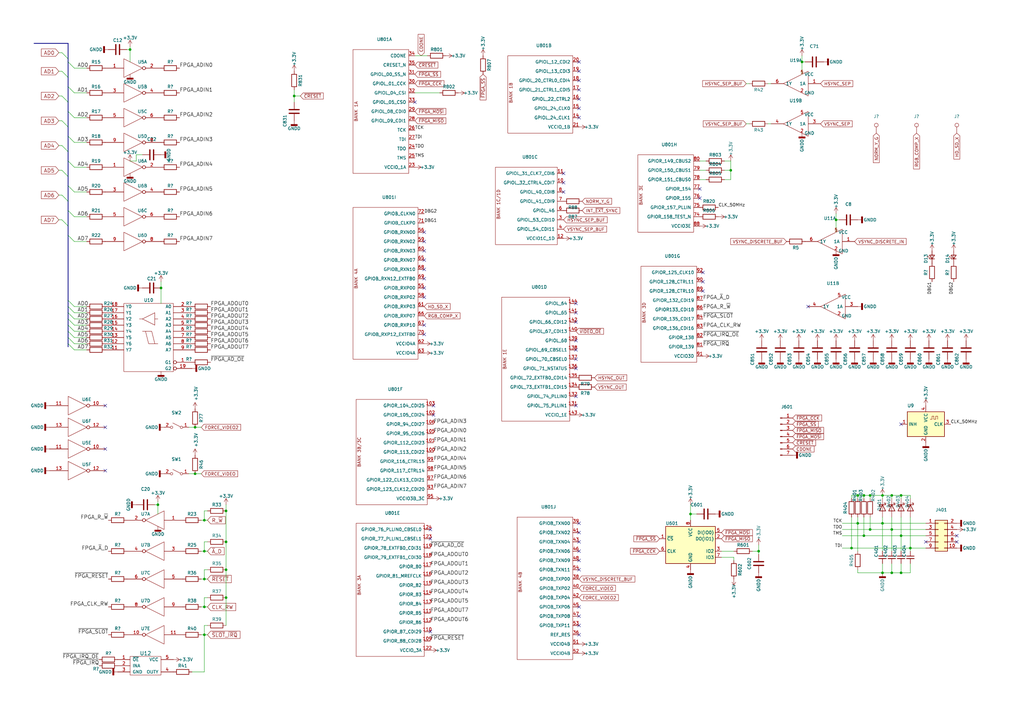
<source format=kicad_sch>
(kicad_sch (version 20211123) (generator eeschema)
  (paper "A3")
  (title_block (title "BKM-68X Alternative") (rev "F") (company "L33T TEK") (comment 1 "Martin Hejnfelt (martin@hejnfelt.com)") (comment 2 "www.immerhax.com"))
  (junction (at 361.95 214.63))
  (junction (at 299.72 69.85))
  (junction (at 328.93 25.4))
  (junction (at 83.82 237.49))
  (junction (at 356.87 217.17))
  (junction (at 369.57 219.71))
  (junction (at 369.57 203.2))
  (junction (at 351.79 203.2))
  (junction (at 120.65 39.37))
  (junction (at 64.77 207.01))
  (junction (at 373.38 224.79))
  (junction (at 283.21 210.82))
  (junction (at 92.71 222.25))
  (junction (at 369.57 234.95))
  (junction (at 83.82 213.36))
  (junction (at 361.95 203.2))
  (junction (at 351.79 214.63))
  (junction (at 92.71 245.11))
  (junction (at 342.9 90.17))
  (junction (at 365.76 203.2))
  (junction (at 83.82 226.06))
  (junction (at 354.33 219.71))
  (junction (at 349.25 224.79))
  (junction (at 66.04 118.11))
  (junction (at 365.76 217.17))
  (junction (at 92.71 209.55))
  (junction (at 311.15 226.06))
  (junction (at 92.71 233.68))
  (junction (at 365.76 234.95))
  (junction (at 354.33 203.2))
  (junction (at 83.82 248.92))
  (junction (at 83.82 260.35))
  (junction (at 356.87 203.2))
  (junction (at 80.01 175.26))
  (junction (at 53.34 20.32))
  (junction (at 80.01 194.31))
  (junction (at 361.95 234.95))
  (no_connect (at 392.43 219.71))
  (no_connect (at 170.18 41.91))
  (no_connect (at 237.49 33.02))
  (no_connect (at 237.49 29.21))
  (no_connect (at 237.49 25.4))
  (no_connect (at 237.49 48.26))
  (no_connect (at 237.49 44.45))
  (no_connect (at 237.49 40.64))
  (no_connect (at 237.49 36.83))
  (no_connect (at 43.18 175.26))
  (no_connect (at 331.47 125.73))
  (no_connect (at 369.57 173.99))
  (no_connect (at 43.18 193.04))
  (no_connect (at 236.22 151.13))
  (no_connect (at 236.22 162.56))
  (no_connect (at 236.22 139.7))
  (no_connect (at 236.22 143.51))
  (no_connect (at 236.22 147.32))
  (no_connect (at 236.22 166.37))
  (no_connect (at 237.49 256.54))
  (no_connect (at 237.49 260.35))
  (no_connect (at 237.49 248.92))
  (no_connect (at 237.49 252.73))
  (no_connect (at 237.49 233.68))
  (no_connect (at 237.49 229.87))
  (no_connect (at 237.49 226.06))
  (no_connect (at 237.49 222.25))
  (no_connect (at 287.02 81.28))
  (no_connect (at 287.02 77.47))
  (no_connect (at 231.14 71.12))
  (no_connect (at 231.14 74.93))
  (no_connect (at 231.14 78.74))
  (no_connect (at 288.29 111.76))
  (no_connect (at 288.29 119.38))
  (no_connect (at 288.29 115.57))
  (no_connect (at 236.22 132.08))
  (no_connect (at 236.22 128.27))
  (no_connect (at 236.22 124.46))
  (no_connect (at 173.99 114.3))
  (no_connect (at 173.99 118.11))
  (no_connect (at 173.99 121.92))
  (no_connect (at 173.99 137.16))
  (no_connect (at 173.99 133.35))
  (no_connect (at 173.99 95.25))
  (no_connect (at 173.99 99.06))
  (no_connect (at 173.99 102.87))
  (no_connect (at 173.99 106.68))
  (no_connect (at 173.99 110.49))
  (no_connect (at 237.49 214.63))
  (no_connect (at 237.49 218.44))
  (no_connect (at 176.53 259.08))
  (no_connect (at 177.8 170.18))
  (no_connect (at 177.8 166.37))
  (no_connect (at 176.53 217.17))
  (no_connect (at 176.53 220.98))
  (no_connect (at 43.18 184.15))
  (no_connect (at 379.73 222.25))
  (no_connect (at 392.43 222.25))
  (no_connect (at 43.18 166.37))
  (bus_entry (at 25.4 69.85) (size 2.54 2.54))
  (bus_entry (at 25.4 59.69) (size 2.54 2.54))
  (bus_entry (at 25.4 29.21) (size 2.54 2.54))
  (bus_entry (at 27.94 76.2) (size 2.54 2.54))
  (bus_entry (at 27.94 25.4) (size 2.54 2.54))
  (bus_entry (at 27.94 128.27) (size 2.54 2.54))
  (bus_entry (at 27.94 133.35) (size 2.54 2.54))
  (bus_entry (at 27.94 140.97) (size 2.54 2.54))
  (bus_entry (at 27.94 66.04) (size 2.54 2.54))
  (bus_entry (at 25.4 90.17) (size 2.54 2.54))
  (bus_entry (at 27.94 130.81) (size 2.54 2.54))
  (bus_entry (at 27.94 55.88) (size 2.54 2.54))
  (bus_entry (at 27.94 35.56) (size 2.54 2.54))
  (bus_entry (at 25.4 21.59) (size 2.54 2.54))
  (bus_entry (at 27.94 125.73) (size 2.54 2.54))
  (bus_entry (at 25.4 80.01) (size 2.54 2.54))
  (bus_entry (at 25.4 39.37) (size 2.54 2.54))
  (bus_entry (at 27.94 45.72) (size 2.54 2.54))
  (bus_entry (at 27.94 135.89) (size 2.54 2.54))
  (bus_entry (at 27.94 138.43) (size 2.54 2.54))
  (bus_entry (at 27.94 86.36) (size 2.54 2.54))
  (bus_entry (at 27.94 123.19) (size 2.54 2.54))
  (bus_entry (at 27.94 96.52) (size 2.54 2.54))
  (bus_entry (at 25.4 49.53) (size 2.54 2.54))
  (wire (pts (xy 351.79 233.68) (xy 351.79 234.95)))
  (wire (pts (xy 82.55 260.35) (xy 83.82 260.35)))
  (wire (pts (xy 30.48 58.42) (xy 35.56 58.42)))
  (wire (pts (xy 365.76 234.95) (xy 369.57 234.95)))
  (wire (pts (xy 369.57 231.14) (xy 369.57 234.95)))
  (wire (pts (xy 297.18 69.85) (xy 299.72 69.85)))
  (wire (pts (xy 342.9 87.63) (xy 342.9 90.17)))
  (wire (pts (xy 77.47 175.26) (xy 80.01 175.26)))
  (bus (pts (xy 27.94 82.55) (xy 27.94 86.36)))
  (wire (pts (xy 373.38 224.79) (xy 373.38 226.06)))
  (wire (pts (xy 24.13 90.17) (xy 25.4 90.17)))
  (wire (pts (xy 344.17 90.17) (xy 342.9 90.17)))
  (wire (pts (xy 120.65 39.37) (xy 120.65 41.91)))
  (wire (pts (xy 351.79 204.47) (xy 351.79 203.2)))
  (wire (pts (xy 83.82 222.25) (xy 83.82 226.06)))
  (wire (pts (xy 295.91 226.06) (xy 300.99 226.06)))
  (wire (pts (xy 351.79 226.06) (xy 351.79 214.63)))
  (wire (pts (xy 24.13 21.59) (xy 25.4 21.59)))
  (wire (pts (xy 365.76 217.17) (xy 356.87 217.17)))
  (wire (pts (xy 373.38 203.2) (xy 373.38 204.47)))
  (wire (pts (xy 314.96 50.8) (xy 316.23 50.8)))
  (wire (pts (xy 77.47 194.31) (xy 80.01 194.31)))
  (bus (pts (xy 27.94 25.4) (xy 27.94 31.75)))
  (bus (pts (xy 27.94 62.23) (xy 27.94 66.04)))
  (wire (pts (xy 369.57 219.71) (xy 369.57 226.06)))
  (wire (pts (xy 55.88 63.5) (xy 58.42 63.5)))
  (wire (pts (xy 297.18 66.04) (xy 299.72 66.04)))
  (bus (pts (xy 13.97 17.78) (xy 27.94 17.78)))
  (wire (pts (xy 55.88 66.04) (xy 55.88 63.5)))
  (wire (pts (xy 351.79 214.63) (xy 361.95 214.63)))
  (wire (pts (xy 299.72 73.66) (xy 297.18 73.66)))
  (wire (pts (xy 120.65 36.83) (xy 120.65 39.37)))
  (wire (pts (xy 379.73 224.79) (xy 373.38 224.79)))
  (bus (pts (xy 27.94 41.91) (xy 27.94 45.72)))
  (wire (pts (xy 287.02 73.66) (xy 289.56 73.66)))
  (wire (pts (xy 83.82 233.68) (xy 85.09 233.68)))
  (wire (pts (xy 30.48 125.73) (xy 35.56 125.73)))
  (wire (pts (xy 52.07 20.32) (xy 53.34 20.32)))
  (bus (pts (xy 27.94 140.97) (xy 27.94 142.24)))
  (wire (pts (xy 299.72 69.85) (xy 299.72 73.66)))
  (wire (pts (xy 66.04 118.11) (xy 66.04 124.46)))
  (wire (pts (xy 92.71 209.55) (xy 92.71 222.25)))
  (bus (pts (xy 27.94 135.89) (xy 27.94 138.43)))
  (wire (pts (xy 373.38 224.79) (xy 349.25 224.79)))
  (wire (pts (xy 24.13 69.85) (xy 25.4 69.85)))
  (wire (pts (xy 283.21 210.82) (xy 283.21 213.36)))
  (wire (pts (xy 349.25 224.79) (xy 345.44 224.79)))
  (wire (pts (xy 365.76 217.17) (xy 365.76 226.06)))
  (wire (pts (xy 306.07 34.29) (xy 307.34 34.29)))
  (wire (pts (xy 53.34 66.04) (xy 55.88 66.04)))
  (bus (pts (xy 27.94 96.52) (xy 27.94 123.19)))
  (wire (pts (xy 53.34 25.4) (xy 53.34 20.32)))
  (wire (pts (xy 83.82 237.49) (xy 85.09 237.49)))
  (wire (pts (xy 170.18 22.86) (xy 175.26 22.86)))
  (wire (pts (xy 365.76 231.14) (xy 365.76 234.95)))
  (wire (pts (xy 82.55 226.06) (xy 83.82 226.06)))
  (wire (pts (xy 83.82 256.54) (xy 85.09 256.54)))
  (wire (pts (xy 369.57 203.2) (xy 373.38 203.2)))
  (wire (pts (xy 365.76 204.47) (xy 365.76 203.2)))
  (wire (pts (xy 83.82 209.55) (xy 85.09 209.55)))
  (wire (pts (xy 287.02 69.85) (xy 289.56 69.85)))
  (wire (pts (xy 373.38 212.09) (xy 373.38 224.79)))
  (bus (pts (xy 27.94 35.56) (xy 27.94 41.91)))
  (wire (pts (xy 361.95 203.2) (xy 365.76 203.2)))
  (bus (pts (xy 27.94 45.72) (xy 27.94 52.07)))
  (wire (pts (xy 354.33 219.71) (xy 345.44 219.71)))
  (wire (pts (xy 53.34 20.32) (xy 53.34 19.05)))
  (wire (pts (xy 82.55 213.36) (xy 83.82 213.36)))
  (bus (pts (xy 27.94 86.36) (xy 27.94 92.71)))
  (wire (pts (xy 361.95 231.14) (xy 361.95 234.95)))
  (wire (pts (xy 24.13 39.37) (xy 25.4 39.37)))
  (wire (pts (xy 369.57 204.47) (xy 369.57 203.2)))
  (wire (pts (xy 349.25 203.2) (xy 351.79 203.2)))
  (bus (pts (xy 27.94 72.39) (xy 27.94 76.2)))
  (bus (pts (xy 27.94 123.19) (xy 27.94 125.73)))
  (wire (pts (xy 30.48 27.94) (xy 35.56 27.94)))
  (wire (pts (xy 82.55 237.49) (xy 83.82 237.49)))
  (wire (pts (xy 30.48 38.1) (xy 35.56 38.1)))
  (wire (pts (xy 354.33 203.2) (xy 356.87 203.2)))
  (wire (pts (xy 83.82 226.06) (xy 85.09 226.06)))
  (bus (pts (xy 27.94 128.27) (xy 27.94 130.81)))
  (wire (pts (xy 306.07 50.8) (xy 307.34 50.8)))
  (wire (pts (xy 63.5 207.01) (xy 64.77 207.01)))
  (wire (pts (xy 83.82 213.36) (xy 85.09 213.36)))
  (wire (pts (xy 369.57 234.95) (xy 373.38 234.95)))
  (wire (pts (xy 83.82 260.35) (xy 85.09 260.35)))
  (wire (pts (xy 365.76 212.09) (xy 365.76 217.17)))
  (wire (pts (xy 66.04 115.57) (xy 66.04 118.11)))
  (wire (pts (xy 30.48 99.06) (xy 35.56 99.06)))
  (bus (pts (xy 27.94 52.07) (xy 27.94 55.88)))
  (wire (pts (xy 92.71 207.01) (xy 92.71 209.55)))
  (wire (pts (xy 379.73 217.17) (xy 365.76 217.17)))
  (wire (pts (xy 356.87 203.2) (xy 361.95 203.2)))
  (wire (pts (xy 369.57 219.71) (xy 354.33 219.71)))
  (wire (pts (xy 30.48 130.81) (xy 35.56 130.81)))
  (wire (pts (xy 30.48 78.74) (xy 35.56 78.74)))
  (bus (pts (xy 27.94 55.88) (xy 27.94 62.23)))
  (wire (pts (xy 328.93 22.86) (xy 328.93 25.4)))
  (wire (pts (xy 170.18 38.1) (xy 180.34 38.1)))
  (wire (pts (xy 283.21 210.82) (xy 285.75 210.82)))
  (bus (pts (xy 27.94 138.43) (xy 27.94 140.97)))
  (wire (pts (xy 83.82 237.49) (xy 83.82 233.68)))
  (wire (pts (xy 64.77 207.01) (xy 64.77 210.82)))
  (wire (pts (xy 311.15 227.33) (xy 311.15 226.06)))
  (wire (pts (xy 361.95 234.95) (xy 365.76 234.95)))
  (bus (pts (xy 27.94 92.71) (xy 27.94 96.52)))
  (wire (pts (xy 85.09 222.25) (xy 83.82 222.25)))
  (wire (pts (xy 30.48 140.97) (xy 35.56 140.97)))
  (wire (pts (xy 123.19 39.37) (xy 120.65 39.37)))
  (wire (pts (xy 283.21 207.01) (xy 283.21 210.82)))
  (wire (pts (xy 330.2 25.4) (xy 328.93 25.4)))
  (wire (pts (xy 354.33 212.09) (xy 354.33 219.71)))
  (wire (pts (xy 365.76 203.2) (xy 369.57 203.2)))
  (wire (pts (xy 24.13 49.53) (xy 25.4 49.53)))
  (wire (pts (xy 351.79 234.95) (xy 361.95 234.95)))
  (wire (pts (xy 80.01 175.26) (xy 82.55 175.26)))
  (wire (pts (xy 328.93 25.4) (xy 328.93 30.48)))
  (wire (pts (xy 30.48 68.58) (xy 35.56 68.58)))
  (wire (pts (xy 379.73 219.71) (xy 369.57 219.71)))
  (wire (pts (xy 30.48 128.27) (xy 35.56 128.27)))
  (wire (pts (xy 308.61 226.06) (xy 311.15 226.06)))
  (wire (pts (xy 30.48 138.43) (xy 35.56 138.43)))
  (wire (pts (xy 83.82 260.35) (xy 83.82 275.59)))
  (wire (pts (xy 83.82 248.92) (xy 83.82 245.11)))
  (wire (pts (xy 92.71 245.11) (xy 92.71 256.54)))
  (wire (pts (xy 356.87 217.17) (xy 345.44 217.17)))
  (wire (pts (xy 24.13 29.21) (xy 25.4 29.21)))
  (wire (pts (xy 351.79 203.2) (xy 354.33 203.2)))
  (wire (pts (xy 349.25 204.47) (xy 349.25 203.2)))
  (wire (pts (xy 373.38 234.95) (xy 373.38 231.14)))
  (wire (pts (xy 83.82 256.54) (xy 83.82 260.35)))
  (wire (pts (xy 83.82 248.92) (xy 85.09 248.92)))
  (wire (pts (xy 24.13 80.01) (xy 25.4 80.01)))
  (wire (pts (xy 361.95 204.47) (xy 361.95 203.2)))
  (wire (pts (xy 361.95 214.63) (xy 379.73 214.63)))
  (wire (pts (xy 351.79 212.09) (xy 351.79 214.63)))
  (wire (pts (xy 80.01 194.31) (xy 82.55 194.31)))
  (wire (pts (xy 92.71 222.25) (xy 92.71 233.68)))
  (wire (pts (xy 349.25 212.09) (xy 349.25 224.79)))
  (bus (pts (xy 27.94 125.73) (xy 27.94 128.27)))
  (wire (pts (xy 30.48 135.89) (xy 35.56 135.89)))
  (wire (pts (xy 356.87 212.09) (xy 356.87 217.17)))
  (wire (pts (xy 30.48 88.9) (xy 35.56 88.9)))
  (wire (pts (xy 64.77 205.74) (xy 64.77 207.01)))
  (bus (pts (xy 27.94 66.04) (xy 27.94 72.39)))
  (wire (pts (xy 30.48 133.35) (xy 35.56 133.35)))
  (wire (pts (xy 345.44 214.63) (xy 351.79 214.63)))
  (wire (pts (xy 354.33 204.47) (xy 354.33 203.2)))
  (bus (pts (xy 27.94 130.81) (xy 27.94 133.35)))
  (bus (pts (xy 27.94 31.75) (xy 27.94 35.56)))
  (wire (pts (xy 314.96 34.29) (xy 316.23 34.29)))
  (bus (pts (xy 27.94 133.35) (xy 27.94 135.89)))
  (bus (pts (xy 27.94 76.2) (xy 27.94 82.55)))
  (wire (pts (xy 299.72 66.04) (xy 299.72 69.85)))
  (bus (pts (xy 27.94 24.13) (xy 27.94 25.4)))
  (wire (pts (xy 311.15 226.06) (xy 311.15 223.52)))
  (wire (pts (xy 92.71 233.68) (xy 92.71 245.11)))
  (wire (pts (xy 356.87 204.47) (xy 356.87 203.2)))
  (wire (pts (xy 369.57 212.09) (xy 369.57 219.71)))
  (wire (pts (xy 30.48 48.26) (xy 35.56 48.26)))
  (wire (pts (xy 83.82 275.59) (xy 78.74 275.59)))
  (wire (pts (xy 295.91 228.6) (xy 300.99 228.6)))
  (wire (pts (xy 82.55 248.92) (xy 83.82 248.92)))
  (wire (pts (xy 361.95 212.09) (xy 361.95 214.63)))
  (wire (pts (xy 300.99 228.6) (xy 300.99 229.87)))
  (wire (pts (xy 83.82 213.36) (xy 83.82 209.55)))
  (wire (pts (xy 361.95 214.63) (xy 361.95 226.06)))
  (wire (pts (xy 287.02 66.04) (xy 289.56 66.04)))
  (wire (pts (xy 30.48 143.51) (xy 35.56 143.51)))
  (wire (pts (xy 342.9 90.17) (xy 342.9 95.25)))
  (wire (pts (xy 24.13 59.69) (xy 25.4 59.69)))
  (bus (pts (xy 27.94 17.78) (xy 27.94 24.13)))
  (wire (pts (xy 83.82 245.11) (xy 85.09 245.11)))
  (label "FPGA_ADOUT2" (at 176.53 236.22 0) (effects (font (size 1.524 1.524))))
  (label "AD0" (at 31.75 27.94 0) (effects (font (size 1.524 1.524))))
  (label "AD7" (at 31.75 99.06 0) (effects (font (size 1.524 1.524))))
  (label "FPGA_ADOUT1" (at 86.36 128.27 0) (effects (font (size 1.524 1.524))))
  (label "TDO" (at 170.18 60.96 0))
  (label "TMS" (at 345.44 219.71 180))
  (label "~{FPGA_IRQ}" (at 40.64 273.05 180) (effects (font (size 1.524 1.524))))
  (label "~{FPGA_SLOT}" (at 44.45 260.35 180) (effects (font (size 1.524 1.524))))
  (label "AD3" (at 31.75 58.42 0) (effects (font (size 1.524 1.524))))
  (label "AD6" (at 31.75 140.97 0) (effects (font (size 1.524 1.524))))
  (label "~{FPGA_AD_OE}" (at 176.53 224.79 0) (effects (font (size 1.524 1.524))))
  (label "TDO" (at 345.44 217.17 180))
  (label "AD4" (at 31.75 68.58 0) (effects (font (size 1.524 1.524))))
  (label "FPGA_ADIN5" (at 73.66 78.74 0) (effects (font (size 1.524 1.524))))
  (label "DBG2" (at 391.16 115.57 270))
  (label "AD1" (at 31.75 38.1 0) (effects (font (size 1.524 1.524))))
  (label "TCK" (at 170.18 53.34 0))
  (label "DBG1" (at 382.27 115.57 270))
  (label "FPGA_ADOUT0" (at 176.53 228.6 0) (effects (font (size 1.524 1.524))))
  (label "FPGA_ADOUT3" (at 176.53 240.03 0) (effects (font (size 1.524 1.524))))
  (label "FPGA_ADIN7" (at 177.8 200.66 0) (effects (font (size 1.524 1.524))))
  (label "~{FPGA_IRQ_OE}" (at 288.29 138.43 0) (effects (font (size 1.524 1.524))))
  (label "~{FPGA_AD_OE}" (at 86.36 148.59 0) (effects (font (size 1.524 1.524))))
  (label "TCK" (at 345.44 214.63 180))
  (label "FPGA_~{A}_D" (at 288.29 123.19 0) (effects (font (size 1.524 1.524))))
  (label "FPGA_ADIN1" (at 73.66 38.1 0) (effects (font (size 1.524 1.524))))
  (label "FPGA_R_~{W}" (at 288.29 127 0) (effects (font (size 1.524 1.524))))
  (label "TDI" (at 170.18 57.15 0))
  (label "AD4" (at 31.75 135.89 0) (effects (font (size 1.524 1.524))))
  (label "CLK_50MHz" (at 294.64 85.09 0))
  (label "FPGA_ADOUT0" (at 86.36 125.73 0) (effects (font (size 1.524 1.524))))
  (label "FPGA_ADOUT6" (at 176.53 255.27 0) (effects (font (size 1.524 1.524))))
  (label "FPGA_ADIN3" (at 73.66 58.42 0) (effects (font (size 1.524 1.524))))
  (label "~{FPGA_SLOT}" (at 288.29 130.81 0) (effects (font (size 1.524 1.524))))
  (label "FPGA_ADIN4" (at 177.8 189.23 0) (effects (font (size 1.524 1.524))))
  (label "AD1" (at 31.75 128.27 0) (effects (font (size 1.524 1.524))))
  (label "FPGA_ADOUT5" (at 86.36 138.43 0) (effects (font (size 1.524 1.524))))
  (label "AD3" (at 31.75 133.35 0) (effects (font (size 1.524 1.524))))
  (label "FPGA_CLK_RW" (at 288.29 134.62 0) (effects (font (size 1.524 1.524))))
  (label "FPGA_ADIN5" (at 177.8 193.04 0) (effects (font (size 1.524 1.524))))
  (label "AD2" (at 31.75 48.26 0) (effects (font (size 1.524 1.524))))
  (label "FPGA_ADIN0" (at 177.8 177.8 0) (effects (font (size 1.524 1.524))))
  (label "AD5" (at 31.75 138.43 0) (effects (font (size 1.524 1.524))))
  (label "FPGA_ADIN6" (at 73.66 88.9 0) (effects (font (size 1.524 1.524))))
  (label "FPGA_ADOUT4" (at 176.53 243.84 0) (effects (font (size 1.524 1.524))))
  (label "~{FPGA_IRQ}" (at 288.29 142.24 0) (effects (font (size 1.524 1.524))))
  (label "FPGA_ADOUT5" (at 176.53 247.65 0) (effects (font (size 1.524 1.524))))
  (label "FPGA_ADOUT1" (at 176.53 232.41 0) (effects (font (size 1.524 1.524))))
  (label "FPGA_ADIN0" (at 73.66 27.94 0) (effects (font (size 1.524 1.524))))
  (label "FPGA_ADIN7" (at 73.66 99.06 0) (effects (font (size 1.524 1.524))))
  (label "FPGA_R_~{W}" (at 44.45 213.36 180) (effects (font (size 1.524 1.524))))
  (label "AD0" (at 31.75 125.73 0) (effects (font (size 1.524 1.524))))
  (label "DBG2" (at 173.99 87.63 0))
  (label "FPGA_CLK_RW" (at 44.45 248.92 180) (effects (font (size 1.524 1.524))))
  (label "FPGA_ADOUT4" (at 86.36 135.89 0) (effects (font (size 1.524 1.524))))
  (label "FPGA_ADIN1" (at 177.8 181.61 0) (effects (font (size 1.524 1.524))))
  (label "~{FPGA_RESET}" (at 44.45 237.49 180) (effects (font (size 1.524 1.524))))
  (label "FPGA_ADIN3" (at 177.8 173.99 0) (effects (font (size 1.524 1.524))))
  (label "FPGA_ADOUT6" (at 86.36 140.97 0) (effects (font (size 1.524 1.524))))
  (label "CLK_50MHz" (at 389.89 173.99 0))
  (label "DBG1" (at 173.99 91.44 0))
  (label "FPGA_ADIN4" (at 73.66 68.58 0) (effects (font (size 1.524 1.524))))
  (label "FPGA_ADOUT7" (at 176.53 251.46 0) (effects (font (size 1.524 1.524))))
  (label "FPGA_ADIN2" (at 177.8 185.42 0) (effects (font (size 1.524 1.524))))
  (label "TMS" (at 170.18 64.77 0))
  (label "FPGA_ADIN2" (at 73.66 48.26 0) (effects (font (size 1.524 1.524))))
  (label "FPGA_ADIN6" (at 177.8 196.85 0) (effects (font (size 1.524 1.524))))
  (label "AD7" (at 31.75 143.51 0) (effects (font (size 1.524 1.524))))
  (label "AD5" (at 31.75 78.74 0) (effects (font (size 1.524 1.524))))
  (label "FPGA_ADOUT7" (at 86.36 143.51 0) (effects (font (size 1.524 1.524))))
  (label "FPGA_ADOUT2" (at 86.36 130.81 0) (effects (font (size 1.524 1.524))))
  (label "FPGA_~{A}_D" (at 44.45 226.06 180) (effects (font (size 1.524 1.524))))
  (label "AD2" (at 31.75 130.81 0) (effects (font (size 1.524 1.524))))
  (label "FPGA_ADOUT3" (at 86.36 133.35 0) (effects (font (size 1.524 1.524))))
  (label "AD6" (at 31.75 88.9 0) (effects (font (size 1.524 1.524))))
  (label "~{FPGA_IRQ_OE}" (at 40.64 270.51 180) (effects (font (size 1.524 1.524))))
  (label "TDI" (at 345.44 224.79 180))
  (label "~{FPGA_RESET}" (at 176.53 262.89 0) (effects (font (size 1.524 1.524))))
  (global_label "FORCE_VIDEO2" (shape input) (at 237.49 245.11 0) (property "Intersheet References" "${INTERSHEET_REFS}" (effects hide)))
  (global_label "FORCE_VIDEO" (shape input) (at 82.55 194.31 0) (property "Intersheet References" "${INTERSHEET_REFS}" (effects hide)))
  (global_label "VSYNC_SEP_BUF" (shape input) (at 231.14 93.98 0) (property "Intersheet References" "${INTERSHEET_REFS}" (effects hide)))
  (global_label "VSYNC_DISCRETE_IN" (shape input) (at 350.52 99.06 0) (property "Intersheet References" "${INTERSHEET_REFS}" (effects hide)))
  (global_label "~{RESET}" (shape input) (at 85.09 237.49 0) (effects (font (size 1.524 1.524))) (property "Intersheet References" "${INTERSHEET_REFS}" (effects hide)))
  (global_label "~{VIDEO_OE}" (shape input) (at 236.22 135.89 0) (property "Intersheet References" "${INTERSHEET_REFS}" (effects hide)))
  (global_label "RGB_COMP_X" (shape input) (at 375.92 54.61 270) (property "Intersheet References" "${INTERSHEET_REFS}" (effects hide)))
  (global_label "AD6" (shape input) (at 24.13 80.01 180) (effects (font (size 1.524 1.524))) (property "Intersheet References" "${INTERSHEET_REFS}" (effects hide)))
  (global_label "HD_SD_X" (shape input) (at 392.43 54.61 270) (property "Intersheet References" "${INTERSHEET_REFS}" (effects hide)))
  (global_label "~{FPGA_SS}" (shape input) (at 170.18 30.48 0) (property "Intersheet References" "${INTERSHEET_REFS}" (effects hide)))
  (global_label "RGB_COMP_X" (shape input) (at 173.99 129.54 0) (property "Intersheet References" "${INTERSHEET_REFS}" (effects hide)))
  (global_label "~{FPGA_MISO}" (shape input) (at 325.12 176.53 0) (property "Intersheet References" "${INTERSHEET_REFS}" (effects hide)))
  (global_label "AD1" (shape input) (at 24.13 29.21 180) (effects (font (size 1.524 1.524))) (property "Intersheet References" "${INTERSHEET_REFS}" (effects hide)))
  (global_label "CDONE" (shape input) (at 325.12 184.15 0) (property "Intersheet References" "${INTERSHEET_REFS}" (effects hide)))
  (global_label "~{FPGA_SS}" (shape input) (at 198.12 30.48 270) (property "Intersheet References" "${INTERSHEET_REFS}" (effects hide)))
  (global_label "AD7" (shape input) (at 24.13 90.17 180) (effects (font (size 1.524 1.524))) (property "Intersheet References" "${INTERSHEET_REFS}" (effects hide)))
  (global_label "~{FPGA_MISO}" (shape input) (at 170.18 49.53 0) (property "Intersheet References" "${INTERSHEET_REFS}" (effects hide)))
  (global_label "HSYNC_SEP" (shape input) (at 336.55 34.29 0) (property "Intersheet References" "${INTERSHEET_REFS}" (effects hide)))
  (global_label "VSYNC_DISCRETE_BUF" (shape input) (at 237.49 237.49 0) (property "Intersheet References" "${INTERSHEET_REFS}" (effects hide)))
  (global_label "~{FPGA_SS}" (shape input) (at 270.51 220.98 180) (property "Intersheet References" "${INTERSHEET_REFS}" (effects hide)))
  (global_label "~{FPGA_MOSI}" (shape input) (at 325.12 179.07 0) (property "Intersheet References" "${INTERSHEET_REFS}" (effects hide)))
  (global_label "~{CRESET}" (shape input) (at 325.12 181.61 0) (property "Intersheet References" "${INTERSHEET_REFS}" (effects hide)))
  (global_label "~{CRESET}" (shape input) (at 170.18 26.67 0) (property "Intersheet References" "${INTERSHEET_REFS}" (effects hide)))
  (global_label "R_~{W}" (shape input) (at 85.09 213.36 0) (effects (font (size 1.524 1.524))) (property "Intersheet References" "${INTERSHEET_REFS}" (effects hide)))
  (global_label "~{FPGA_CCK}" (shape input) (at 170.18 34.29 0) (property "Intersheet References" "${INTERSHEET_REFS}" (effects hide)))
  (global_label "~{FPGA_MISO}" (shape input) (at 295.91 220.98 0) (property "Intersheet References" "${INTERSHEET_REFS}" (effects hide)))
  (global_label "AD3" (shape input) (at 24.13 49.53 180) (effects (font (size 1.524 1.524))) (property "Intersheet References" "${INTERSHEET_REFS}" (effects hide)))
  (global_label "FORCE_VIDEO" (shape input) (at 237.49 241.3 0) (property "Intersheet References" "${INTERSHEET_REFS}" (effects hide)))
  (global_label "~{FPGA_CCK}" (shape input) (at 325.12 171.45 0) (property "Intersheet References" "${INTERSHEET_REFS}" (effects hide)))
  (global_label "~{FPGA_CCK}" (shape input) (at 270.51 226.06 180) (property "Intersheet References" "${INTERSHEET_REFS}" (effects hide)))
  (global_label "AD5" (shape input) (at 24.13 69.85 180) (effects (font (size 1.524 1.524))) (property "Intersheet References" "${INTERSHEET_REFS}" (effects hide)))
  (global_label "AD2" (shape input) (at 24.13 39.37 180) (effects (font (size 1.524 1.524))) (property "Intersheet References" "${INTERSHEET_REFS}" (effects hide)))
  (global_label "VSYNC_SEP_BUF" (shape input) (at 306.07 50.8 180) (property "Intersheet References" "${INTERSHEET_REFS}" (effects hide)))
  (global_label "INT_~{EXT}_SYNC" (shape input) (at 238.76 86.36 0) (property "Intersheet References" "${INTERSHEET_REFS}" (effects hide)))
  (global_label "AD0" (shape input) (at 24.13 21.59 180) (effects (font (size 1.524 1.524))) (property "Intersheet References" "${INTERSHEET_REFS}" (effects hide)))
  (global_label "NORM_Y_G" (shape input) (at 238.76 82.55 0) (property "Intersheet References" "${INTERSHEET_REFS}" (effects hide)))
  (global_label "CLK_RW" (shape input) (at 85.09 248.92 0) (effects (font (size 1.524 1.524))) (property "Intersheet References" "${INTERSHEET_REFS}" (effects hide)))
  (global_label "HSYNC_SEP_BUF" (shape input) (at 231.14 90.17 0) (property "Intersheet References" "${INTERSHEET_REFS}" (effects hide)))
  (global_label "~{SLOT}_~{IRQ}" (shape input) (at 85.09 260.35 0) (effects (font (size 1.524 1.524))) (property "Intersheet References" "${INTERSHEET_REFS}" (effects hide)))
  (global_label "NORM_Y_G" (shape input) (at 359.41 54.61 270) (property "Intersheet References" "${INTERSHEET_REFS}" (effects hide)))
  (global_label "~{FPGA_MOSI}" (shape input) (at 170.18 45.72 0) (property "Intersheet References" "${INTERSHEET_REFS}" (effects hide)))
  (global_label "VSYNC_OUT" (shape input) (at 243.84 158.75 0) (property "Intersheet References" "${INTERSHEET_REFS}" (effects hide)))
  (global_label "HD_SD_X" (shape input) (at 173.99 125.73 0) (property "Intersheet References" "${INTERSHEET_REFS}" (effects hide)))
  (global_label "FORCE_VIDEO2" (shape input) (at 82.55 175.26 0) (property "Intersheet References" "${INTERSHEET_REFS}" (effects hide)))
  (global_label "VSYNC_SEP" (shape input) (at 336.55 50.8 0) (property "Intersheet References" "${INTERSHEET_REFS}" (effects hide)))
  (global_label "~{CRESET}" (shape input) (at 123.19 39.37 0) (property "Intersheet References" "${INTERSHEET_REFS}" (effects hide)))
  (global_label "~{A}_D" (shape input) (at 85.09 226.06 0) (effects (font (size 1.524 1.524))) (property "Intersheet References" "${INTERSHEET_REFS}" (effects hide)))
  (global_label "VSYNC_DISCRETE_BUF" (shape input) (at 322.58 99.06 180) (property "Intersheet References" "${INTERSHEET_REFS}" (effects hide)))
  (global_label "CDONE" (shape input) (at 172.72 22.86 90) (property "Intersheet References" "${INTERSHEET_REFS}" (effects hide)))
  (global_label "AD4" (shape input) (at 24.13 59.69 180) (effects (font (size 1.524 1.524))) (property "Intersheet References" "${INTERSHEET_REFS}" (effects hide)))
  (global_label "HSYNC_OUT" (shape input) (at 243.84 154.94 0) (property "Intersheet References" "${INTERSHEET_REFS}" (effects hide)))
  (global_label "~{FPGA_SS}" (shape input) (at 325.12 173.99 0) (property "Intersheet References" "${INTERSHEET_REFS}" (effects hide)))
  (global_label "~{FPGA_MOSI}" (shape input) (at 295.91 218.44 0) (property "Intersheet References" "${INTERSHEET_REFS}" (effects hide)))
  (global_label "HSYNC_SEP_BUF" (shape input) (at 306.07 34.29 180) (property "Intersheet References" "${INTERSHEET_REFS}" (effects hide)))
  (symbol (lib_id "bkm-68x-simple-rescue:74LS14") (at 54.61 27.94 0) (unit 1)
    (property "Reference" "U5" (at 58.42 25.4 0))
    (property "LCSC" "C6066" (effects hide))
    (property "JLC" "TSSOP-14" (effects hide))
  )
  (symbol (lib_id "power:GNDD") (at 53.34 30.48 0) (unit 1)
    (property "Reference" "#PWR0104" (effects hide))
  )
  (symbol (lib_id "power:+3.3V") (at 53.34 19.05 0) (unit 1)
    (property "Reference" "#PWR0105" (effects hide))
  )
  (symbol (lib_id "bkm-68x-simple-rescue:74LS14") (at 54.61 38.1 0) (unit 2)
    (property "Reference" "U5" (at 58.42 35.56 0))
    (property "LCSC" "C6066" (effects hide))
    (property "JLC" "TSSOP-14" (effects hide))
  )
  (symbol (lib_id "bkm-68x-simple-rescue:74LS14") (at 54.61 48.26 0) (unit 3)
    (property "Reference" "U5" (at 58.42 45.72 0))
    (property "LCSC" "C6066" (effects hide))
    (property "JLC" "TSSOP-14" (effects hide))
  )
  (symbol (lib_id "bkm-68x-simple-rescue:74LS14") (at 54.61 58.42 0) (unit 4)
    (property "Reference" "U5" (at 58.42 55.88 0))
    (property "LCSC" "C6066" (effects hide))
    (property "JLC" "TSSOP-14" (effects hide))
  )
  (symbol (lib_id "bkm-68x-simple-rescue:74LS14") (at 31.75 184.15 0) (unit 5)
    (property "Reference" "U5" (at 35.56 181.61 0))
    (property "LCSC" "C6066" (effects hide))
    (property "JLC" "TSSOP-14" (effects hide))
  )
  (symbol (lib_id "bkm-68x-simple-rescue:74LS14") (at 31.75 193.04 0) (unit 6)
    (property "Reference" "U5" (at 35.56 190.5 0))
    (property "LCSC" "C6066" (effects hide))
    (property "JLC" "TSSOP-14" (effects hide))
  )
  (symbol (lib_id "bkm-68x-simple-rescue:74LS14") (at 54.61 68.58 0) (unit 1)
    (property "Reference" "U6" (at 58.42 66.04 0))
    (property "LCSC" "C6066" (effects hide))
    (property "JLC" "TSSOP-14" (effects hide))
  )
  (symbol (lib_id "bkm-68x-simple-rescue:74LS14") (at 54.61 78.74 0) (unit 2)
    (property "Reference" "U6" (at 58.42 76.2 0))
    (property "LCSC" "C6066" (effects hide))
    (property "JLC" "TSSOP-14" (effects hide))
  )
  (symbol (lib_id "bkm-68x-simple-rescue:74LS14") (at 54.61 88.9 0) (unit 3)
    (property "Reference" "U6" (at 58.42 86.36 0))
    (property "LCSC" "C6066" (effects hide))
    (property "JLC" "TSSOP-14" (effects hide))
  )
  (symbol (lib_id "bkm-68x-simple-rescue:74LS14") (at 54.61 99.06 0) (unit 4)
    (property "Reference" "U6" (at 58.42 96.52 0))
    (property "LCSC" "C6066" (effects hide))
    (property "JLC" "TSSOP-14" (effects hide))
  )
  (symbol (lib_id "bkm-68x-simple-rescue:74LS14") (at 31.75 166.37 0) (unit 5)
    (property "Reference" "U6" (at 35.56 163.83 0))
    (property "LCSC" "C6066" (effects hide))
    (property "JLC" "TSSOP-14" (effects hide))
  )
  (symbol (lib_id "bkm-68x-simple-rescue:74LS14") (at 31.75 175.26 0) (unit 6)
    (property "Reference" "U6" (at 35.56 172.72 0))
    (property "LCSC" "C6066" (effects hide))
    (property "JLC" "TSSOP-14" (effects hide))
  )
  (symbol (lib_id "power:+3.3V") (at 53.34 66.04 0) (unit 1)
    (property "Reference" "#PWR0106" (effects hide))
  )
  (symbol (lib_id "power:GNDD") (at 53.34 71.12 0) (unit 1)
    (property "Reference" "#PWR0107" (effects hide))
  )
  (symbol (lib_id "power:GNDD") (at 20.32 184.15 270) (unit 1)
    (property "Reference" "#PWR0108" (effects hide))
  )
  (symbol (lib_id "power:GNDD") (at 20.32 193.04 270) (unit 1)
    (property "Reference" "#PWR0109" (effects hide))
  )
  (symbol (lib_id "power:GNDD") (at 20.32 166.37 270) (unit 1)
    (property "Reference" "#PWR0110" (effects hide))
  )
  (symbol (lib_id "power:GNDD") (at 20.32 175.26 270) (unit 1)
    (property "Reference" "#PWR0111" (effects hide))
  )
  (symbol (lib_id "bkm-68x-simple-rescue:74LS541") (at 60.96 138.43 0) (mirror y) (unit 1)
    (property "Reference" "U10" (at 60.96 123.825 0) (effects (justify bottom)))
    (property "LCSC" "C34495" (effects hide))
    (property "JLC" "TSSOP-14" (effects hide))
  )
  (symbol (lib_id "power:GNDD") (at 66.04 152.4 0) (unit 1)
    (property "Reference" "#PWR0112" (effects hide))
  )
  (symbol (lib_id "power:+3.3V") (at 66.04 115.57 0) (unit 1)
    (property "Reference" "#PWR0113" (effects hide))
  )
  (symbol (lib_id "bkm-68x-simple-rescue:R") (at 39.37 125.73 90) (unit 1)
    (property "Reference" "R24" (at 44.45 124.46 90))
    (property "JLC" "0805" (effects hide))
    (property "LCSC" "C114541" (effects hide))
  )
  (symbol (lib_id "bkm-68x-simple-rescue:R") (at 39.37 128.27 90) (unit 1)
    (property "Reference" "R26" (at 44.45 127 90))
    (property "JLC" "0805" (effects hide))
    (property "LCSC" "C114541" (effects hide))
  )
  (symbol (lib_id "bkm-68x-simple-rescue:R") (at 39.37 130.81 90) (unit 1)
    (property "Reference" "R27" (at 44.45 129.54 90))
    (property "JLC" "0805" (effects hide))
    (property "LCSC" "C114541" (effects hide))
  )
  (symbol (lib_id "bkm-68x-simple-rescue:R") (at 39.37 133.35 90) (unit 1)
    (property "Reference" "R28" (at 44.45 132.08 90))
    (property "JLC" "0805" (effects hide))
    (property "LCSC" "C114541" (effects hide))
  )
  (symbol (lib_id "bkm-68x-simple-rescue:R") (at 39.37 135.89 90) (unit 1)
    (property "Reference" "R29" (at 44.45 134.62 90))
    (property "JLC" "0805" (effects hide))
    (property "LCSC" "C114541" (effects hide))
  )
  (symbol (lib_id "bkm-68x-simple-rescue:R") (at 39.37 138.43 90) (unit 1)
    (property "Reference" "R30" (at 44.45 137.16 90))
    (property "JLC" "0805" (effects hide))
    (property "LCSC" "C114541" (effects hide))
  )
  (symbol (lib_id "bkm-68x-simple-rescue:R") (at 39.37 140.97 90) (unit 1)
    (property "Reference" "R31" (at 44.45 139.7 90))
    (property "JLC" "0805" (effects hide))
    (property "LCSC" "C114541" (effects hide))
  )
  (symbol (lib_id "bkm-68x-simple-rescue:R") (at 39.37 143.51 90) (unit 1)
    (property "Reference" "R32" (at 44.45 142.24 90))
    (property "JLC" "0805" (effects hide))
    (property "LCSC" "C114541" (effects hide))
  )
  (symbol (lib_id "bkm-68x-simple-rescue:R") (at 39.37 27.94 90) (unit 1)
    (property "Reference" "R15" (at 39.37 25.4 90))
    (property "JLC" "0805" (effects hide))
    (property "LCSC" "C137498" (effects hide))
  )
  (symbol (lib_id "bkm-68x-simple-rescue:R") (at 39.37 38.1 90) (unit 1)
    (property "Reference" "R16" (at 39.37 35.56 90))
    (property "JLC" "0805" (effects hide))
    (property "LCSC" "C137498" (effects hide))
  )
  (symbol (lib_id "bkm-68x-simple-rescue:R") (at 39.37 48.26 90) (unit 1)
    (property "Reference" "R17" (at 39.37 45.72 90))
    (property "JLC" "0805" (effects hide))
    (property "LCSC" "C137498" (effects hide))
  )
  (symbol (lib_id "bkm-68x-simple-rescue:R") (at 39.37 58.42 90) (unit 1)
    (property "Reference" "R18" (at 39.37 55.88 90))
    (property "JLC" "0805" (effects hide))
    (property "LCSC" "C137498" (effects hide))
  )
  (symbol (lib_id "bkm-68x-simple-rescue:R") (at 39.37 68.58 90) (unit 1)
    (property "Reference" "R19" (at 39.37 66.04 90))
    (property "JLC" "0805" (effects hide))
    (property "LCSC" "C137498" (effects hide))
  )
  (symbol (lib_id "bkm-68x-simple-rescue:R") (at 39.37 78.74 90) (unit 1)
    (property "Reference" "R20" (at 39.37 76.2 90))
    (property "JLC" "0805" (effects hide))
    (property "LCSC" "C137498" (effects hide))
  )
  (symbol (lib_id "bkm-68x-simple-rescue:R") (at 39.37 88.9 90) (unit 1)
    (property "Reference" "R21" (at 39.37 86.36 90))
    (property "JLC" "0805" (effects hide))
    (property "LCSC" "C137498" (effects hide))
  )
  (symbol (lib_id "bkm-68x-simple-rescue:R") (at 39.37 99.06 90) (unit 1)
    (property "Reference" "R22" (at 39.37 96.52 90))
    (property "JLC" "0805" (effects hide))
    (property "LCSC" "C137498" (effects hide))
  )
  (symbol (lib_id "power:GNDD") (at 78.74 151.13 90) (unit 1)
    (property "Reference" "#PWR0114" (effects hide))
  )
  (symbol (lib_id "bkm-68x-simple-rescue:74LS14") (at 63.5 213.36 0) (mirror y) (unit 1)
    (property "Reference" "U7" (at 59.69 210.82 0))
    (property "LCSC" "C6066" (effects hide))
    (property "JLC" "TSSOP-14" (effects hide))
  )
  (symbol (lib_id "power:GNDD") (at 64.77 215.9 0) (unit 1)
    (property "Reference" "#PWR0118" (effects hide))
  )
  (symbol (lib_id "power:+3.3V") (at 64.77 205.74 0) (unit 1)
    (property "Reference" "#PWR0119" (effects hide))
  )
  (symbol (lib_id "bkm-68x-simple-rescue:R") (at 78.74 213.36 90) (unit 1)
    (property "Reference" "R23" (at 78.74 210.82 90))
    (property "JLC" "0805" (effects hide))
    (property "LCSC" "C137498" (effects hide))
  )
  (symbol (lib_id "bkm-68x-simple-rescue:74LS14") (at 63.5 226.06 0) (mirror y) (unit 2)
    (property "Reference" "U7" (at 59.69 223.52 0))
    (property "LCSC" "C6066" (effects hide))
    (property "JLC" "TSSOP-14" (effects hide))
  )
  (symbol (lib_id "bkm-68x-simple-rescue:R") (at 78.74 226.06 90) (unit 1)
    (property "Reference" "R25" (at 78.74 223.52 90))
    (property "JLC" "0805" (effects hide))
    (property "LCSC" "C137498" (effects hide))
  )
  (symbol (lib_id "bkm-68x-simple-rescue:74LS14") (at 63.5 248.92 0) (mirror y) (unit 4)
    (property "Reference" "U7" (at 59.69 246.38 0))
    (property "LCSC" "C6066" (effects hide))
    (property "JLC" "TSSOP-14" (effects hide))
  )
  (symbol (lib_id "bkm-68x-simple-rescue:R") (at 78.74 248.92 90) (unit 1)
    (property "Reference" "R38" (at 78.74 246.38 90))
    (property "JLC" "0805" (effects hide))
    (property "LCSC" "C137498" (effects hide))
  )
  (symbol (lib_id "bkm-68x-simple-rescue:74LS14") (at 63.5 260.35 0) (mirror y) (unit 5)
    (property "Reference" "U7" (at 59.69 257.81 0))
    (property "LCSC" "C6066" (effects hide))
    (property "JLC" "TSSOP-14" (effects hide))
  )
  (symbol (lib_id "bkm-68x-simple-rescue:R") (at 78.74 260.35 90) (unit 1)
    (property "Reference" "R40" (at 78.74 257.81 90))
    (property "JLC" "0805" (effects hide))
    (property "LCSC" "C107702" (effects hide))
  )
  (symbol (lib_id "bkm-68x-simple-rescue:R") (at 88.9 245.11 270) (unit 1)
    (property "Reference" "R37" (at 88.9 242.57 90))
    (property "JLC" "0805" (effects hide))
    (property "LCSC" "C114565" (effects hide))
  )
  (symbol (lib_id "bkm-68x-simple-rescue:R") (at 88.9 222.25 270) (unit 1)
    (property "Reference" "R34" (at 88.9 219.71 90))
    (property "JLC" "0805" (effects hide))
    (property "LCSC" "C126351" (effects hide))
  )
  (symbol (lib_id "bkm-68x-simple-rescue:R") (at 88.9 209.55 270) (unit 1)
    (property "Reference" "R33" (at 88.9 207.01 90))
    (property "JLC" "0805" (effects hide))
    (property "LCSC" "C126351" (effects hide))
  )
  (symbol (lib_id "bkm-68x-simple-rescue:R") (at 88.9 256.54 270) (unit 1)
    (property "Reference" "R39" (at 88.9 254 90))
    (property "JLC" "0805" (effects hide))
    (property "LCSC" "C126351" (effects hide))
  )
  (symbol (lib_id "bkm-68x-simple-rescue:74LS14") (at 63.5 237.49 0) (mirror y) (unit 3)
    (property "Reference" "U7" (at 59.69 234.95 0))
    (property "LCSC" "C6066" (effects hide))
    (property "JLC" "TSSOP-14" (effects hide))
  )
  (symbol (lib_id "bkm-68x-simple-rescue:R") (at 78.74 237.49 90) (unit 1)
    (property "Reference" "R36" (at 78.74 234.95 90))
    (property "JLC" "0805" (effects hide))
    (property "LCSC" "C137498" (effects hide))
  )
  (symbol (lib_id "bkm-68x-simple-rescue:R") (at 88.9 233.68 270) (unit 1)
    (property "Reference" "R35" (at 88.9 231.14 90))
    (property "JLC" "0805" (effects hide))
    (property "LCSC" "C126351" (effects hide))
  )
  (symbol (lib_id "power:+3.3V") (at 92.71 207.01 0) (unit 1)
    (property "Reference" "#PWR0120" (effects hide))
  )
  (symbol (lib_id "tc7sz125fu:TC7SZ125FU") (at 59.69 273.05 0) (unit 1)
    (property "Reference" "U12" (at 59.69 267.97 0) (effects (font (size 1.524 1.524))))
    (property "JLC" "SC-70-5" (effects hide))
    (property "LCSC" "C7833" (effects hide))
  )
  (symbol (lib_id "power:GNDD") (at 48.26 275.59 270) (unit 1)
    (property "Reference" "#PWR0121" (effects hide))
  )
  (symbol (lib_id "power:+3.3V") (at 71.12 270.51 270) (unit 1)
    (property "Reference" "#PWR0122" (effects hide))
  )
  (symbol (lib_id "bkm-68x-simple-rescue:R") (at 74.93 275.59 90) (unit 1)
    (property "Reference" "R41" (at 74.93 273.05 90))
    (property "JLC" "0805" (effects hide))
    (property "LCSC" "C107702" (effects hide))
  )
  (symbol (lib_id "Device:C") (at 62.23 118.11 270) (unit 1)
    (property "Reference" "C21" (at 62.23 114.3 90))
    (property "JLC" "0805" (effects hide))
    (property "LCSC" "C77082" (effects hide))
  )
  (symbol (lib_id "power:GNDD") (at 58.42 118.11 270) (unit 1)
    (property "Reference" "#PWR0135" (effects hide))
  )
  (symbol (lib_id "Device:C") (at 48.26 20.32 270) (unit 1)
    (property "Reference" "C12" (at 48.26 16.51 90))
    (property "JLC" "0805" (effects hide))
    (property "LCSC" "C77082" (effects hide))
  )
  (symbol (lib_id "power:GNDD") (at 44.45 20.32 270) (unit 1)
    (property "Reference" "#PWR0136" (effects hide))
  )
  (symbol (lib_id "Device:C") (at 59.69 207.01 270) (unit 1)
    (property "Reference" "C20" (at 59.69 200.6092 90))
    (property "JLC" "0805" (effects hide))
    (property "LCSC" "C77082" (effects hide))
  )
  (symbol (lib_id "power:GNDD") (at 55.88 207.01 270) (unit 1)
    (property "Reference" "#PWR0137" (effects hide))
  )
  (symbol (lib_id "Switch:SW_SPST") (at 72.39 175.26 0) (mirror y) (unit 1)
    (property "Reference" "SW2" (at 72.39 169.291 0))
  )
  (symbol (lib_id "bkm-68x-simple-rescue:R") (at 80.01 190.5 180) (unit 1)
    (property "Reference" "R46" (at 82.55 190.5 90))
    (property "JLC" "0805" (effects hide))
    (property "LCSC" "C84376" (effects hide))
  )
  (symbol (lib_id "Device:C") (at 62.23 63.5 270) (unit 1)
    (property "Reference" "C22" (at 62.23 57.0992 90))
    (property "JLC" "0805" (effects hide))
    (property "LCSC" "C77082" (effects hide))
  )
  (symbol (lib_id "power:GNDD") (at 66.04 63.5 90) (unit 1)
    (property "Reference" "#PWR0138" (effects hide))
  )
  (symbol (lib_id "power:+3.3V") (at 80.01 167.64 0) (unit 1)
    (property "Reference" "#PWR0155" (effects hide))
  )
  (symbol (lib_id "bkm-68x-simple-rescue:R") (at 69.85 38.1 90) (unit 1)
    (property "Reference" "R?" (at 69.85 35.56 90))
    (property "JLC" "0805" (effects hide))
    (property "LCSC" "C137498" (effects hide))
  )
  (symbol (lib_id "bkm-68x-simple-rescue:R") (at 69.85 48.26 90) (unit 1)
    (property "Reference" "R?" (at 69.85 45.72 90))
    (property "JLC" "0805" (effects hide))
    (property "LCSC" "C137498" (effects hide))
  )
  (symbol (lib_id "bkm-68x-simple-rescue:R") (at 69.85 58.42 90) (unit 1)
    (property "Reference" "R?" (at 69.85 55.88 90))
    (property "JLC" "0805" (effects hide))
    (property "LCSC" "C137498" (effects hide))
  )
  (symbol (lib_id "bkm-68x-simple-rescue:R") (at 69.85 68.58 90) (unit 1)
    (property "Reference" "R?" (at 69.85 66.04 90))
    (property "JLC" "0805" (effects hide))
    (property "LCSC" "C137498" (effects hide))
  )
  (symbol (lib_id "bkm-68x-simple-rescue:R") (at 69.85 78.74 90) (unit 1)
    (property "Reference" "R?" (at 69.85 76.2 90))
    (property "JLC" "0805" (effects hide))
    (property "LCSC" "C137498" (effects hide))
  )
  (symbol (lib_id "bkm-68x-simple-rescue:R") (at 69.85 88.9 90) (unit 1)
    (property "Reference" "R?" (at 69.85 86.36 90))
    (property "JLC" "0805" (effects hide))
    (property "LCSC" "C137498" (effects hide))
  )
  (symbol (lib_id "bkm-68x-simple-rescue:R") (at 69.85 99.06 90) (unit 1)
    (property "Reference" "R?" (at 69.85 96.52 90))
    (property "JLC" "0805" (effects hide))
    (property "LCSC" "C137498" (effects hide))
  )
  (symbol (lib_id "bkm-68x-simple-rescue:R") (at 82.55 125.73 90) (unit 1)
    (property "Reference" "R?" (at 77.47 124.46 90))
    (property "JLC" "0805" (effects hide))
    (property "LCSC" "C107702" (effects hide))
  )
  (symbol (lib_id "bkm-68x-simple-rescue:R") (at 82.55 128.27 90) (unit 1)
    (property "Reference" "R?" (at 77.47 127 90))
    (property "JLC" "0805" (effects hide))
    (property "LCSC" "C107702" (effects hide))
  )
  (symbol (lib_id "bkm-68x-simple-rescue:R") (at 82.55 130.81 90) (unit 1)
    (property "Reference" "R?" (at 77.47 129.54 90))
    (property "JLC" "0805" (effects hide))
    (property "LCSC" "C107702" (effects hide))
  )
  (symbol (lib_id "bkm-68x-simple-rescue:R") (at 82.55 133.35 90) (unit 1)
    (property "Reference" "R?" (at 77.47 132.08 90))
    (property "JLC" "0805" (effects hide))
    (property "LCSC" "C107702" (effects hide))
  )
  (symbol (lib_id "bkm-68x-simple-rescue:R") (at 82.55 135.89 90) (unit 1)
    (property "Reference" "R?" (at 77.47 134.62 90))
    (property "JLC" "0805" (effects hide))
    (property "LCSC" "C107702" (effects hide))
  )
  (symbol (lib_id "bkm-68x-simple-rescue:R") (at 82.55 138.43 90) (unit 1)
    (property "Reference" "R?" (at 77.47 137.16 90))
    (property "JLC" "0805" (effects hide))
    (property "LCSC" "C107702" (effects hide))
  )
  (symbol (lib_id "bkm-68x-simple-rescue:R") (at 82.55 140.97 90) (unit 1)
    (property "Reference" "R?" (at 77.47 139.7 90))
    (property "JLC" "0805" (effects hide))
    (property "LCSC" "C107702" (effects hide))
  )
  (symbol (lib_id "bkm-68x-simple-rescue:R") (at 82.55 143.51 90) (unit 1)
    (property "Reference" "R?" (at 77.47 142.24 90))
    (property "JLC" "0805" (effects hide))
    (property "LCSC" "C107702" (effects hide))
  )
  (symbol (lib_id "bkm-68x-simple-rescue:R") (at 69.85 27.94 90) (unit 1)
    (property "Reference" "R?" (at 69.85 25.4 90))
    (property "JLC" "0805" (effects hide))
    (property "LCSC" "C137498" (effects hide))
  )
  (symbol (lib_id "bkm-68x-simple-rescue:R") (at 44.45 270.51 90) (unit 1)
    (property "Reference" "R?" (at 44.45 267.97 90))
    (property "JLC" "0805" (effects hide))
    (property "LCSC" "C107702" (effects hide))
  )
  (symbol (lib_id "bkm-68x-simple-rescue:R") (at 44.45 273.05 90) (unit 1)
    (property "Reference" "R?" (at 39.37 274.32 90))
    (property "JLC" "0805" (effects hide))
    (property "LCSC" "C107702" (effects hide))
  )
  (symbol (lib_id "bkm-68x-simple-rescue:R") (at 82.55 148.59 90) (unit 1)
    (property "Reference" "R?" (at 77.47 147.32 90))
    (property "JLC" "0805" (effects hide))
    (property "LCSC" "C107702" (effects hide))
  )
  (symbol (lib_id "bkm-68x-simple-rescue:R") (at 48.26 213.36 90) (unit 1)
    (property "Reference" "R?" (at 48.26 210.82 90))
    (property "JLC" "0805" (effects hide))
    (property "LCSC" "C137498" (effects hide))
  )
  (symbol (lib_id "bkm-68x-simple-rescue:R") (at 48.26 226.06 90) (unit 1)
    (property "Reference" "R?" (at 48.26 223.52 90))
    (property "JLC" "0805" (effects hide))
    (property "LCSC" "C137498" (effects hide))
  )
  (symbol (lib_id "bkm-68x-simple-rescue:R") (at 48.26 237.49 90) (unit 1)
    (property "Reference" "R?" (at 48.26 234.95 90))
    (property "JLC" "0805" (effects hide))
    (property "LCSC" "C137498" (effects hide))
  )
  (symbol (lib_id "bkm-68x-simple-rescue:R") (at 48.26 248.92 90) (unit 1)
    (property "Reference" "R?" (at 48.26 246.38 90))
    (property "JLC" "0805" (effects hide))
    (property "LCSC" "C137498" (effects hide))
  )
  (symbol (lib_id "bkm-68x-simple-rescue:R") (at 48.26 260.35 90) (unit 1)
    (property "Reference" "R?" (at 48.26 257.81 90))
    (property "JLC" "0805" (effects hide))
    (property "LCSC" "C137498" (effects hide))
  )
  (symbol (lib_id "power:GNDD") (at 67.31 175.26 270) (unit 1)
    (property "Reference" "#PWR05" (effects hide))
  )
  (symbol (lib_id "Switch:SW_SPST") (at 72.39 194.31 0) (mirror y) (unit 1)
    (property "Reference" "SW1" (at 72.39 188.341 0))
  )
  (symbol (lib_id "bkm-68x-simple-rescue:R") (at 80.01 171.45 180) (unit 1)
    (property "Reference" "R77" (at 82.55 171.45 90))
    (property "JLC" "0805" (effects hide))
    (property "LCSC" "C84376" (effects hide))
  )
  (symbol (lib_id "power:+3.3V") (at 80.01 186.69 0) (unit 1)
    (property "Reference" "#PWR07" (effects hide))
  )
  (symbol (lib_id "power:GNDD") (at 67.31 194.31 270) (unit 1)
    (property "Reference" "#PWR09" (effects hide))
  )
  (symbol (lib_id "Oscillator:KC2520Z") (at 379.73 173.99 0) (unit 1)
    (property "Reference" "U9" (at 372.11 166.37 0) (effects (justify left)))
    (property "Datasheet" "https://global.kyocera.com/prdct/electro/product/pdf/clock_z_xz_e.pdf" (effects hide))
    (property "JLC" "SMD2520-4P" (effects hide))
    (property "LCSC" "C2916926" (effects hide))
  )
  (symbol (lib_id "power:+3.3V") (at 379.73 166.37 0) (unit 1)
    (property "Reference" "#PWR0149" (effects hide))
  )
  (symbol (lib_id "power:GNDD") (at 379.73 181.61 0) (unit 1)
    (property "Reference" "#PWR0150" (effects hide))
  )
  (symbol (lib_id "bkm-68x-simple-rescue:R") (at 240.03 154.94 90) (unit 1)
    (property "Reference" "R79" (at 240.03 157.48 90))
    (property "JLC" "0805" (effects hide))
    (property "LCSC" "C107702" (effects hide))
  )
  (symbol (lib_id "bkm-68x-simple-rescue:R") (at 240.03 158.75 90) (unit 1)
    (property "Reference" "R78" (at 240.03 161.29 90))
    (property "JLC" "0805" (effects hide))
    (property "LCSC" "C107702" (effects hide))
  )
  (symbol (lib_id "power:+3.3V") (at 382.27 102.87 0) (unit 1)
    (property "Reference" "#PWR0255" (effects hide))
  )
  (symbol (lib_id "Device:LED_Small") (at 382.27 105.41 90) (unit 1)
    (property "Reference" "D13" (at 379.73 104.14 0) (effects (justify right)))
  )
  (symbol (lib_id "Device:C") (at 312.42 143.51 0) (unit 1)
    (property "Reference" "C851" (at 308.61 147.32 90))
    (property "JLC" "0603" (effects hide))
    (property "LCSC" "C85864" (effects hide))
  )
  (symbol (lib_id "power:+3.3V") (at 312.42 139.7 0) (unit 1)
    (property "Reference" "#PWR0266" (effects hide))
  )
  (symbol (lib_id "power:GNDD") (at 312.42 147.32 0) (unit 1)
    (property "Reference" "#PWR0267" (effects hide))
  )
  (symbol (lib_id "bkm-68x-simple-rescue:R") (at 382.27 111.76 0) (unit 1)
    (property "Reference" "R?" (at 379.73 111.76 90))
    (property "JLC" "0805" (effects hide))
    (property "LCSC" "C114564" (effects hide))
  )
  (symbol (lib_id "Device:LED_Small") (at 391.16 105.41 90) (unit 1)
    (property "Reference" "D14" (at 388.62 104.14 0) (effects (justify right)))
  )
  (symbol (lib_id "power:+3.3V") (at 391.16 102.87 0) (unit 1)
    (property "Reference" "#PWR0256" (effects hide))
  )
  (symbol (lib_id "bkm-68x-simple-rescue:R") (at 391.16 111.76 0) (unit 1)
    (property "Reference" "R?" (at 388.62 111.76 90))
    (property "JLC" "0805" (effects hide))
    (property "LCSC" "C114543" (effects hide))
  )
  (symbol (lib_id "power:+3.3V") (at 176.53 266.7 270) (unit 1)
    (property "Reference" "#PWR0201" (effects hide))
  )
  (symbol (lib_id "Connector_Generic:Conn_02x05_Odd_Even") (at 384.81 219.71 0) (unit 1)
    (property "Reference" "J401" (at 386.08 209.1182 0))
  )
  (symbol (lib_id "power:GNDD") (at 392.43 214.63 90) (unit 1)
    (property "Reference" "#PWR0123" (effects hide))
  )
  (symbol (lib_id "power:GNDD") (at 392.43 224.79 90) (unit 1)
    (property "Reference" "#PWR0124" (effects hide))
  )
  (symbol (lib_id "power:+3.3V") (at 392.43 217.17 270) (unit 1)
    (property "Reference" "#PWR0125" (effects hide))
  )
  (symbol (lib_id "bkm-68x-simple-rescue:R") (at 354.33 208.28 180) (unit 1)
    (property "Reference" "R403" (at 353.06 203.2 90))
    (property "JLC" "0603" (effects hide))
    (property "LCSC" "C98220" (effects hide))
  )
  (symbol (lib_id "bkm-68x-simple-rescue:R") (at 349.25 208.28 180) (unit 1)
    (property "Reference" "R404" (at 346.71 208.28 90))
    (property "JLC" "0603" (effects hide))
    (property "LCSC" "C98220" (effects hide))
  )
  (symbol (lib_id "Device:D_Schottky") (at 361.95 208.28 270) (unit 1)
    (property "Reference" "D401" (at 360.68 204.47 0) (effects (justify left)))
  )
  (symbol (lib_id "Device:D_Schottky") (at 365.76 208.28 270) (unit 1)
    (property "Reference" "D402" (at 364.49 203.2 0) (effects (justify left)))
  )
  (symbol (lib_id "Device:D_Schottky") (at 369.57 208.28 270) (unit 1)
    (property "Reference" "D403" (at 368.3 203.2 0) (effects (justify left)))
  )
  (symbol (lib_id "Device:D_Schottky") (at 373.38 208.28 270) (unit 1)
    (property "Reference" "D404" (at 372.11 203.2 0) (effects (justify left)))
  )
  (symbol (lib_id "bkm-68x-simple-rescue:R") (at 351.79 229.87 180) (unit 1)
    (property "Reference" "R405" (at 349.25 229.87 90))
    (property "JLC" "0603" (effects hide))
    (property "LCSC" "C22548" (effects hide))
  )
  (symbol (lib_id "bkm-68x-simple-rescue:C_Small") (at 361.95 228.6 0) (unit 1)
    (property "Reference" "C401" (at 359.41 228.6 90) (effects (justify left)))
    (property "JLC" "0603" (effects hide))
    (property "LCSC" "C106245" (effects hide))
  )
  (symbol (lib_id "bkm-68x-simple-rescue:C_Small") (at 365.76 228.6 0) (unit 1)
    (property "Reference" "C402" (at 363.22 228.6 90) (effects (justify left)))
    (property "JLC" "0603" (effects hide))
    (property "LCSC" "C106245" (effects hide))
  )
  (symbol (lib_id "bkm-68x-simple-rescue:C_Small") (at 369.57 228.6 0) (unit 1)
    (property "Reference" "C403" (at 367.03 228.6 90) (effects (justify left)))
    (property "JLC" "0603" (effects hide))
    (property "LCSC" "C106245" (effects hide))
  )
  (symbol (lib_id "bkm-68x-simple-rescue:C_Small") (at 373.38 228.6 0) (unit 1)
    (property "Reference" "C404" (at 370.84 228.6 90) (effects (justify left)))
    (property "JLC" "0603" (effects hide))
    (property "LCSC" "C106245" (effects hide))
  )
  (symbol (lib_id "power:+3.3V") (at 361.95 203.2 0) (unit 1)
    (property "Reference" "#PWR0147" (effects hide))
  )
  (symbol (lib_id "power:GNDD") (at 361.95 234.95 0) (unit 1)
    (property "Reference" "#PWR0148" (effects hide))
  )
  (symbol (lib_id "bkm-68x-simple-rescue:TEST_1P") (at 359.41 54.61 0) (unit 1)
    (property "Reference" "J?" (at 359.41 47.752 0))
  )
  (symbol (lib_id "bkm-68x-simple-rescue:TEST_1P") (at 375.92 54.61 0) (unit 1)
    (property "Reference" "J?" (at 375.92 47.752 0))
  )
  (symbol (lib_id "bkm-68x-simple-rescue:TEST_1P") (at 392.43 54.61 0) (unit 1)
    (property "Reference" "J?" (at 392.43 47.752 0))
  )
  (symbol (lib_id "74LVCxG34:74LVC2G34") (at 326.39 34.29 0) (mirror y) (unit 1)
    (property "Reference" "U19" (at 326.39 24.765 0))
    (property "JLC" "SOT-23-6" (effects hide))
    (property "LCSC" "C347589" (effects hide))
  )
  (symbol (lib_id "74LVCxG34:74LVC2G34") (at 326.39 50.8 0) (mirror y) (unit 2)
    (property "Reference" "U19" (at 326.39 41.275 0))
    (property "JLC" "SOT-23-6" (effects hide))
    (property "LCSC" "C347589" (effects hide))
  )
  (symbol (lib_id "bkm-68x-simple-rescue:R") (at 234.95 86.36 90) (unit 1)
    (property "Reference" "R87" (at 234.95 88.9 90))
    (property "JLC" "0805" (effects hide))
    (property "LCSC" "C107702" (effects hide))
  )
  (symbol (lib_id "power:GNDD") (at 328.93 54.61 0) (unit 1)
    (property "Reference" "#PWR0254" (effects hide))
  )
  (symbol (lib_id "power:+3.3V") (at 328.93 22.86 0) (unit 1)
    (property "Reference" "#PWR0280" (effects hide))
  )
  (symbol (lib_id "Device:C") (at 334.01 25.4 270) (unit 1)
    (property "Reference" "C71" (at 334.01 18.9992 90))
    (property "JLC" "0805" (effects hide))
    (property "LCSC" "C77082" (effects hide))
  )
  (symbol (lib_id "power:GNDD") (at 337.82 25.4 90) (unit 1)
    (property "Reference" "#PWR0281" (effects hide))
  )
  (symbol (lib_id "bkm-68x-simple-rescue:R") (at 311.15 34.29 90) (unit 1)
    (property "Reference" "R42" (at 311.15 36.83 90))
    (property "JLC" "0805" (effects hide))
    (property "LCSC" "C137498" (effects hide))
  )
  (symbol (lib_id "bkm-68x-simple-rescue:R") (at 311.15 50.8 90) (unit 1)
    (property "Reference" "R43" (at 311.15 53.34 90))
    (property "JLC" "0805" (effects hide))
    (property "LCSC" "C137498" (effects hide))
  )
  (symbol (lib_id "bkm-68x-simple-rescue:R") (at 234.95 82.55 90) (unit 1)
    (property "Reference" "R88" (at 234.95 85.09 90))
    (property "JLC" "0805" (effects hide))
    (property "LCSC" "C107702" (effects hide))
  )
  (symbol (lib_id "Device:C") (at 320.04 143.51 0) (unit 1)
    (property "Reference" "C852" (at 316.23 147.32 90))
    (property "JLC" "0603" (effects hide))
    (property "LCSC" "C85864" (effects hide))
  )
  (symbol (lib_id "Device:C") (at 327.66 143.51 0) (unit 1)
    (property "Reference" "C853" (at 323.85 147.32 90))
    (property "JLC" "0603" (effects hide))
    (property "LCSC" "C85864" (effects hide))
  )
  (symbol (lib_id "Device:C") (at 335.28 143.51 0) (unit 1)
    (property "Reference" "C854" (at 331.47 147.32 90))
    (property "JLC" "0603" (effects hide))
    (property "LCSC" "C85864" (effects hide))
  )
  (symbol (lib_id "Device:C") (at 342.9 143.51 0) (unit 1)
    (property "Reference" "C855" (at 339.09 147.32 90))
    (property "JLC" "0603" (effects hide))
    (property "LCSC" "C85864" (effects hide))
  )
  (symbol (lib_id "Device:C") (at 350.52 143.51 0) (unit 1)
    (property "Reference" "C856" (at 346.71 147.32 90))
    (property "JLC" "0603" (effects hide))
    (property "LCSC" "C85864" (effects hide))
  )
  (symbol (lib_id "Device:C") (at 358.14 143.51 0) (unit 1)
    (property "Reference" "C857" (at 354.33 147.32 90))
    (property "JLC" "0603" (effects hide))
    (property "LCSC" "C85864" (effects hide))
  )
  (symbol (lib_id "Device:C") (at 365.76 143.51 0) (unit 1)
    (property "Reference" "C858" (at 361.95 147.32 90))
    (property "JLC" "0603" (effects hide))
    (property "LCSC" "C85864" (effects hide))
  )
  (symbol (lib_id "Device:C") (at 373.38 143.51 0) (unit 1)
    (property "Reference" "C859" (at 369.57 147.32 90))
    (property "JLC" "0603" (effects hide))
    (property "LCSC" "C85864" (effects hide))
  )
  (symbol (lib_id "Device:C") (at 381 143.51 0) (unit 1)
    (property "Reference" "C860" (at 377.19 147.32 90))
    (property "JLC" "0603" (effects hide))
    (property "LCSC" "C85864" (effects hide))
  )
  (symbol (lib_id "power:+3.3V") (at 381 139.7 0) (unit 1)
    (property "Reference" "#PWR0209" (effects hide))
  )
  (symbol (lib_id "power:+3.3V") (at 373.38 139.7 0) (unit 1)
    (property "Reference" "#PWR0210" (effects hide))
  )
  (symbol (lib_id "power:+3.3V") (at 365.76 139.7 0) (unit 1)
    (property "Reference" "#PWR0211" (effects hide))
  )
  (symbol (lib_id "power:+3.3V") (at 358.14 139.7 0) (unit 1)
    (property "Reference" "#PWR0212" (effects hide))
  )
  (symbol (lib_id "power:+3.3V") (at 350.52 139.7 0) (unit 1)
    (property "Reference" "#PWR0213" (effects hide))
  )
  (symbol (lib_id "power:+3.3V") (at 342.9 139.7 0) (unit 1)
    (property "Reference" "#PWR0214" (effects hide))
  )
  (symbol (lib_id "power:+3.3V") (at 335.28 139.7 0) (unit 1)
    (property "Reference" "#PWR0215" (effects hide))
  )
  (symbol (lib_id "power:+3.3V") (at 327.66 139.7 0) (unit 1)
    (property "Reference" "#PWR0216" (effects hide))
  )
  (symbol (lib_id "power:+3.3V") (at 320.04 139.7 0) (unit 1)
    (property "Reference" "#PWR0217" (effects hide))
  )
  (symbol (lib_id "Device:C") (at 388.62 143.51 0) (unit 1)
    (property "Reference" "C861" (at 384.81 147.32 90))
    (property "JLC" "0603" (effects hide))
    (property "LCSC" "C85864" (effects hide))
  )
  (symbol (lib_id "power:+3.3V") (at 388.62 139.7 0) (unit 1)
    (property "Reference" "#PWR0218" (effects hide))
  )
  (symbol (lib_id "power:GNDD") (at 320.04 147.32 0) (unit 1)
    (property "Reference" "#PWR0219" (effects hide))
  )
  (symbol (lib_id "power:GNDD") (at 327.66 147.32 0) (unit 1)
    (property "Reference" "#PWR0220" (effects hide))
  )
  (symbol (lib_id "power:GNDD") (at 335.28 147.32 0) (unit 1)
    (property "Reference" "#PWR0221" (effects hide))
  )
  (symbol (lib_id "power:GNDD") (at 342.9 147.32 0) (unit 1)
    (property "Reference" "#PWR0222" (effects hide))
  )
  (symbol (lib_id "power:GNDD") (at 350.52 147.32 0) (unit 1)
    (property "Reference" "#PWR0223" (effects hide))
  )
  (symbol (lib_id "power:GNDD") (at 358.14 147.32 0) (unit 1)
    (property "Reference" "#PWR0224" (effects hide))
  )
  (symbol (lib_id "power:GNDD") (at 365.76 147.32 0) (unit 1)
    (property "Reference" "#PWR0225" (effects hide))
  )
  (symbol (lib_id "power:GNDD") (at 373.38 147.32 0) (unit 1)
    (property "Reference" "#PWR0226" (effects hide))
  )
  (symbol (lib_id "power:GNDD") (at 381 147.32 0) (unit 1)
    (property "Reference" "#PWR0227" (effects hide))
  )
  (symbol (lib_id "power:GNDD") (at 388.62 147.32 0) (unit 1)
    (property "Reference" "#PWR0228" (effects hide))
  )
  (symbol (lib_id "Connector:Conn_01x07_Male") (at 320.04 179.07 0) (unit 1)
    (property "Reference" "J601" (at 322.7832 166.8526 0))
  )
  (symbol (lib_id "Memory_Flash:W25Q128JVS") (at 283.21 223.52 0) (unit 1)
    (property "Reference" "U601" (at 275.59 214.63 0))
    (property "Datasheet" "http://www.winbond.com/resource-files/w25q128jv_dtr%20revc%2003272018%20plus.pdf" (effects hide))
    (property "JLC" "SOIC-8_208mil" (effects hide))
    (property "LCSC" "C97521" (effects hide))
  )
  (symbol (lib_id "bkm-68x-simple-rescue:R") (at 304.8 226.06 90) (unit 1)
    (property "Reference" "R601" (at 304.8 223.52 90))
    (property "JLC" "0805" (effects hide))
    (property "LCSC" "C84376" (effects hide))
  )
  (symbol (lib_id "Device:C") (at 311.15 231.14 0) (unit 1)
    (property "Reference" "C602" (at 307.34 231.14 90))
    (property "JLC" "0603" (effects hide))
    (property "LCSC" "C85864" (effects hide))
  )
  (symbol (lib_id "power:GNDD") (at 311.15 234.95 0) (unit 1)
    (property "Reference" "#PWR0291" (effects hide))
  )
  (symbol (lib_id "power:+3.3V") (at 311.15 223.52 0) (unit 1)
    (property "Reference" "#PWR0292" (effects hide))
  )
  (symbol (lib_id "power:GNDD") (at 325.12 186.69 90) (unit 1)
    (property "Reference" "#PWR0115" (effects hide))
  )
  (symbol (lib_id "power:GNDD") (at 283.21 233.68 0) (unit 1)
    (property "Reference" "#PWR0293" (effects hide))
  )
  (symbol (lib_id "power:+3.3V") (at 283.21 207.01 0) (unit 1)
    (property "Reference" "#PWR0294" (effects hide))
  )
  (symbol (lib_id "Device:C") (at 289.56 210.82 270) (unit 1)
    (property "Reference" "C601" (at 285.75 207.01 90))
    (property "JLC" "0603" (effects hide))
    (property "LCSC" "C85864" (effects hide))
  )
  (symbol (lib_id "bkm-68x-simple-rescue:R") (at 351.79 208.28 180) (unit 1)
    (property "Reference" "R401" (at 350.52 203.2 90))
    (property "JLC" "0603" (effects hide))
    (property "LCSC" "C98220" (effects hide))
  )
  (symbol (lib_id "power:GNDD") (at 293.37 210.82 90) (unit 1)
    (property "Reference" "#PWR0295" (effects hide))
  )
  (symbol (lib_id "bkm-68x-simple-rescue:R") (at 300.99 233.68 0) (unit 1)
    (property "Reference" "R602" (at 303.53 233.68 90))
    (property "JLC" "0805" (effects hide))
    (property "LCSC" "C84376" (effects hide))
  )
  (symbol (lib_id "power:+3.3V") (at 300.99 237.49 180) (unit 1)
    (property "Reference" "#PWR0296" (effects hide))
  )
  (symbol (lib_id "bkm-68x-simple-rescue:R") (at 356.87 208.28 180) (unit 1)
    (property "Reference" "R402" (at 358.14 203.2 90))
    (property "JLC" "0603" (effects hide))
    (property "LCSC" "C98220" (effects hide))
  )
  (symbol (lib_id "74LVCxG34:74LVC2G34") (at 340.36 99.06 0) (mirror y) (unit 1)
    (property "Reference" "U11" (at 340.36 89.535 0))
    (property "JLC" "SOT-23-6" (effects hide))
    (property "LCSC" "C347589" (effects hide))
  )
  (symbol (lib_id "power:+3.3V") (at 342.9 87.63 0) (unit 1)
    (property "Reference" "#PWR03" (effects hide))
  )
  (symbol (lib_id "Device:C") (at 347.98 90.17 270) (unit 1)
    (property "Reference" "C8" (at 347.98 83.7692 90))
    (property "JLC" "0805" (effects hide))
    (property "LCSC" "C77082" (effects hide))
  )
  (symbol (lib_id "power:GNDD") (at 351.79 90.17 90) (unit 1)
    (property "Reference" "#PWR011" (effects hide))
  )
  (symbol (lib_id "power:GNDD") (at 342.9 102.87 0) (unit 1)
    (property "Reference" "#PWR014" (effects hide))
  )
  (symbol (lib_id "bkm-68x-simple-rescue:R") (at 179.07 22.86 270) (unit 1)
    (property "Reference" "R801" (at 179.07 20.32 90))
    (property "JLC" "0603" (effects hide))
    (property "LCSC" "C98220" (effects hide))
  )
  (symbol (lib_id "power:+3.3V") (at 182.88 22.86 270) (unit 1)
    (property "Reference" "#PWR0297" (effects hide))
  )
  (symbol (lib_id "bkm-68x-simple-rescue:R") (at 120.65 33.02 180) (unit 1)
    (property "Reference" "R831" (at 123.19 33.02 90))
    (property "JLC" "0603" (effects hide))
    (property "LCSC" "C98220" (effects hide))
  )
  (symbol (lib_id "power:+3.3V") (at 120.65 29.21 0) (unit 1)
    (property "Reference" "#PWR0298" (effects hide))
    (property "Value" "+3.3V" (at 120.65 24.13 90))
  )
  (symbol (lib_id "bkm-68x-simple-rescue:R") (at 326.39 99.06 90) (unit 1)
    (property "Reference" "R5" (at 326.39 101.6 90))
    (property "JLC" "0805" (effects hide))
    (property "LCSC" "C137498" (effects hide))
  )
  (symbol (lib_id "Device:C") (at 120.65 45.72 0) (unit 1)
    (property "Reference" "C831" (at 116.84 49.53 90))
    (property "JLC" "0805" (effects hide))
    (property "LCSC" "C126586" (effects hide))
  )
  (symbol (lib_id "power:GNDD") (at 120.65 49.53 0) (unit 1)
    (property "Reference" "#PWR0299" (effects hide))
  )
  (symbol (lib_id "74LVCxG34:74LVC2G34") (at 341.63 125.73 0) (mirror y) (unit 2)
    (property "Reference" "U11" (at 341.63 116.205 0))
    (property "JLC" "SOT-23-6" (effects hide))
    (property "LCSC" "C347589" (effects hide))
  )
  (symbol (lib_id "power:GNDD") (at 351.79 125.73 90) (unit 1)
    (property "Reference" "#PWR0307" (effects hide))
  )
  (symbol (lib_id "bkm-68x-simple-rescue:T8Q144-Efinix_FPGA") (at 162.56 189.23 0) (unit 6)
    (property "Reference" "U801" (at 162.1282 159.639 0))
  )
  (symbol (lib_id "bkm-68x-simple-rescue:R") (at 184.15 38.1 270) (unit 1)
    (property "Reference" "R802" (at 184.15 35.56 90))
    (property "JLC" "0603" (effects hide))
    (property "LCSC" "C98220" (effects hide))
  )
  (symbol (lib_id "power:+3.3V") (at 187.96 38.1 270) (unit 1)
    (property "Reference" "#PWR0300" (effects hide))
  )
  (symbol (lib_id "bkm-68x-simple-rescue:R") (at 293.37 66.04 270) (unit 1)
    (property "Reference" "R803" (at 293.37 63.5 90))
    (property "JLC" "0603" (effects hide))
    (property "LCSC" "C98220" (effects hide))
  )
  (symbol (lib_id "bkm-68x-simple-rescue:R") (at 293.37 69.85 270) (unit 1)
    (property "Reference" "R804" (at 293.37 67.31 90))
    (property "JLC" "0603" (effects hide))
    (property "LCSC" "C98220" (effects hide))
  )
  (symbol (lib_id "bkm-68x-simple-rescue:R") (at 293.37 73.66 270) (unit 1)
    (property "Reference" "R805" (at 293.37 71.12 90))
    (property "JLC" "0603" (effects hide))
    (property "LCSC" "C98220" (effects hide))
  )
  (symbol (lib_id "power:+3.3V") (at 299.72 66.04 0) (unit 1)
    (property "Reference" "#PWR0301" (effects hide))
  )
  (symbol (lib_id "bkm-68x-simple-rescue:T8Q144-Efinix_FPGA") (at 160.02 110.49 0) (unit 9)
    (property "Reference" "U801" (at 159.5882 80.899 0))
  )
  (symbol (lib_id "power:+3.3V") (at 173.99 140.97 270) (unit 1)
    (property "Reference" "#PWR0205" (effects hide))
  )
  (symbol (lib_id "power:+3.3V") (at 173.99 144.78 270) (unit 1)
    (property "Reference" "#PWR0206" (effects hide))
  )
  (symbol (lib_id "bkm-68x-simple-rescue:R") (at 290.83 88.9 270) (unit 1)
    (property "Reference" "R806" (at 290.83 86.36 90))
    (property "JLC" "0603" (effects hide))
    (property "LCSC" "C98220" (effects hide))
  )
  (symbol (lib_id "power:+3.3V") (at 294.64 88.9 270) (unit 1)
    (property "Reference" "#PWR0302" (effects hide))
  )
  (symbol (lib_id "bkm-68x-simple-rescue:R") (at 198.12 26.67 180) (unit 1)
    (property "Reference" "R807" (at 200.66 26.67 90))
    (property "JLC" "0603" (effects hide))
    (property "LCSC" "C98220" (effects hide))
  )
  (symbol (lib_id "power:+3.3V") (at 198.12 22.86 0) (unit 1)
    (property "Reference" "#PWR0303" (effects hide))
  )
  (symbol (lib_id "bkm-68x-simple-rescue:T8Q144-Efinix_FPGA") (at 160.02 240.03 0) (unit 5)
    (property "Reference" "U801" (at 160.9598 210.439 0))
  )
  (symbol (lib_id "power:+3.3V") (at 177.8 204.47 270) (unit 1)
    (property "Reference" "#PWR0207" (effects hide))
  )
  (symbol (lib_id "Device:C") (at 396.24 143.51 0) (unit 1)
    (property "Reference" "C862" (at 392.43 147.32 90))
    (property "JLC" "0603" (effects hide))
    (property "LCSC" "C85864" (effects hide))
  )
  (symbol (lib_id "power:+3.3V") (at 396.24 139.7 0) (unit 1)
    (property "Reference" "#PWR0304" (effects hide))
  )
  (symbol (lib_id "power:GNDD") (at 396.24 147.32 0) (unit 1)
    (property "Reference" "#PWR0305" (effects hide))
  )
  (symbol (lib_id "bkm-68x-simple-rescue:T8Q144-Efinix_FPGA") (at 274.32 134.62 0) (unit 7)
    (property "Reference" "U801" (at 275.7932 105.029 0))
  )
  (symbol (lib_id "power:+3.3V") (at 288.29 146.05 270) (unit 1)
    (property "Reference" "#PWR0208" (effects hide))
  )
  (symbol (lib_id "bkm-68x-simple-rescue:T8Q144-Efinix_FPGA") (at 156.21 45.72 0) (unit 1)
    (property "Reference" "U801" (at 157.6832 16.129 0))
  )
  (symbol (lib_id "power:+3.3V") (at 170.18 68.58 270) (unit 1)
    (property "Reference" "#PWR0265" (effects hide))
  )
  (symbol (lib_id "bkm-68x-simple-rescue:T8Q144-Efinix_FPGA") (at 222.25 48.26 0) (unit 2)
    (property "Reference" "U801" (at 223.0882 18.669 0))
  )
  (symbol (lib_id "bkm-68x-simple-rescue:T8Q144-Efinix_FPGA") (at 217.17 93.98 0) (unit 3)
    (property "Reference" "U801" (at 217.3732 64.389 0))
  )
  (symbol (lib_id "bkm-68x-simple-rescue:T8Q144-Efinix_FPGA") (at 219.71 147.32 0) (unit 4)
    (property "Reference" "U801" (at 221.1832 117.729 0))
  )
  (symbol (lib_id "bkm-68x-simple-rescue:T8Q144-Efinix_FPGA") (at 273.05 88.9 0) (unit 8)
    (property "Reference" "U801" (at 274.5232 59.309 0))
  )
  (symbol (lib_id "bkm-68x-simple-rescue:R") (at 290.83 85.09 270) (unit 1)
    (property "Reference" "R820" (at 290.83 82.55 90))
    (property "JLC" "0603" (effects hide))
    (property "LCSC" "C107701" (effects hide))
  )
  (symbol (lib_id "power:+3.3V") (at 237.49 52.07 270) (unit 1)
    (property "Reference" "#PWR0285" (effects hide))
  )
  (symbol (lib_id "power:+3.3V") (at 231.14 97.79 270) (unit 1)
    (property "Reference" "#PWR0286" (effects hide))
  )
  (symbol (lib_id "bkm-68x-simple-rescue:T8Q144-Efinix_FPGA") (at 223.52 237.49 0) (unit 10)
    (property "Reference" "U801" (at 224.9932 207.899 0))
  )
  (symbol (lib_id "power:+3.3V") (at 237.49 264.16 270) (unit 1)
    (property "Reference" "#PWR0287" (effects hide))
  )
  (symbol (lib_id "power:+3.3V") (at 237.49 267.97 270) (unit 1)
    (property "Reference" "#PWR0288" (effects hide))
  )
  (symbol (lib_id "power:+3.3V") (at 287.02 92.71 270) (unit 1)
    (property "Reference" "#PWR0289" (effects hide))
  )
  (symbol (lib_id "power:+3.3V") (at 236.22 170.18 270) (unit 1)
    (property "Reference" "#PWR0290" (effects hide))
  )
)
</source>
